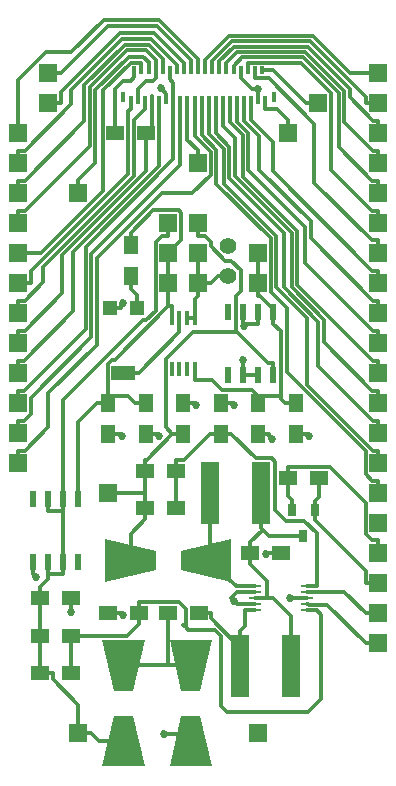
<source format=gtl>
G04 (created by PCBNEW (25-Oct-2014 BZR 4029)-stable) date IDT 00:52:32 2015 ספט 30 ד'*
%MOIN*%
G04 Gerber Fmt 3.4, Leading zero omitted, Abs format*
%FSLAX34Y34*%
G01*
G70*
G90*
G04 APERTURE LIST*
%ADD10C,0.00590551*%
%ADD11R,0.0590551X0.0590551*%
%ADD12R,0.0591X0.2087*%
%ADD13R,0.0472X0.0591*%
%ADD14R,0.0591X0.0472*%
%ADD15R,0.015X0.05*%
%ADD16R,0.0394X0.0106*%
%ADD17R,0.0315X0.0394*%
%ADD18C,0.055*%
%ADD19R,0.0511811X0.0511811*%
%ADD20R,0.0787402X0.0511811*%
%ADD21R,0.0236X0.0551*%
%ADD22R,0.011811X0.0314961*%
%ADD23R,0.011811X0.0255906*%
%ADD24R,0.015748X0.0374016*%
%ADD25C,0.027*%
%ADD26C,0.014*%
%ADD27C,0.012*%
%ADD28C,0.0105906*%
G04 APERTURE END LIST*
G54D10*
G54D11*
X43000Y-42000D03*
X43000Y-30000D03*
X43000Y-41000D03*
X43000Y-31000D03*
X32000Y-29000D03*
X41000Y-30000D03*
X40000Y-31000D03*
X43000Y-47000D03*
X33000Y-51000D03*
X39000Y-51000D03*
X31000Y-42000D03*
X39000Y-35000D03*
X37000Y-34000D03*
X36000Y-34000D03*
X36000Y-35000D03*
X43000Y-35000D03*
X31000Y-31000D03*
X43000Y-43000D03*
X43000Y-29000D03*
X43000Y-40000D03*
X43000Y-45000D03*
X43000Y-44000D03*
X34000Y-43000D03*
X43000Y-46000D03*
X43000Y-32000D03*
X43000Y-39000D03*
X43000Y-33000D03*
X43000Y-38000D03*
X43000Y-37000D03*
X43000Y-34000D03*
X43000Y-36000D03*
X39000Y-36000D03*
X36000Y-36000D03*
X37000Y-36000D03*
G54D12*
X40100Y-48750D03*
X38400Y-48750D03*
X39100Y-43000D03*
X37400Y-43000D03*
G54D13*
X34750Y-35762D03*
X34750Y-34738D03*
G54D14*
X31738Y-47750D03*
X32762Y-47750D03*
X39988Y-42500D03*
X41012Y-42500D03*
X35012Y-47000D03*
X33988Y-47000D03*
G54D13*
X35250Y-39988D03*
X35250Y-41012D03*
X40250Y-39988D03*
X40250Y-41012D03*
X37750Y-39988D03*
X37750Y-41012D03*
G54D14*
X36262Y-42250D03*
X35238Y-42250D03*
G54D15*
X36884Y-37150D03*
X36628Y-37150D03*
X36372Y-37150D03*
X36116Y-37150D03*
X36116Y-38850D03*
X36372Y-38850D03*
X36628Y-38850D03*
X36884Y-38850D03*
G54D16*
X40625Y-46900D03*
X40625Y-46700D03*
X40625Y-46500D03*
X40625Y-46300D03*
X40625Y-46100D03*
X38875Y-46100D03*
X38875Y-46300D03*
X38875Y-46500D03*
X38875Y-46700D03*
X38875Y-46900D03*
G54D17*
X40500Y-44433D03*
X40125Y-43567D03*
X40875Y-43567D03*
G54D10*
G36*
X36041Y-47893D02*
X37459Y-47893D01*
X37065Y-49586D01*
X36435Y-49586D01*
X36041Y-47893D01*
X36041Y-47893D01*
G37*
G36*
X37459Y-52106D02*
X36041Y-52106D01*
X36435Y-50413D01*
X37065Y-50413D01*
X37459Y-52106D01*
X37459Y-52106D01*
G37*
G36*
X38106Y-44541D02*
X38106Y-45959D01*
X36413Y-45565D01*
X36413Y-44935D01*
X38106Y-44541D01*
X38106Y-44541D01*
G37*
G36*
X33893Y-45959D02*
X33893Y-44541D01*
X35586Y-44935D01*
X35586Y-45565D01*
X33893Y-45959D01*
X33893Y-45959D01*
G37*
G36*
X35209Y-52106D02*
X33791Y-52106D01*
X34185Y-50413D01*
X34815Y-50413D01*
X35209Y-52106D01*
X35209Y-52106D01*
G37*
G36*
X33791Y-47893D02*
X35209Y-47893D01*
X34815Y-49586D01*
X34185Y-49586D01*
X33791Y-47893D01*
X33791Y-47893D01*
G37*
G54D14*
X38738Y-45000D03*
X39762Y-45000D03*
G54D13*
X36500Y-39988D03*
X36500Y-41012D03*
G54D14*
X31738Y-46500D03*
X32762Y-46500D03*
G54D13*
X34000Y-39988D03*
X34000Y-41012D03*
X39000Y-39988D03*
X39000Y-41012D03*
G54D14*
X31738Y-49000D03*
X32762Y-49000D03*
X37012Y-47000D03*
X35988Y-47000D03*
X35238Y-43500D03*
X36262Y-43500D03*
G54D18*
X38000Y-34750D03*
X38000Y-35750D03*
G54D19*
X34047Y-36834D03*
X34952Y-36834D03*
G54D20*
X34500Y-39000D03*
G54D21*
X33000Y-45300D03*
X33000Y-43200D03*
X32500Y-45300D03*
X32000Y-45300D03*
X31500Y-45300D03*
X32500Y-43200D03*
X32000Y-43200D03*
X31500Y-43200D03*
X39500Y-39050D03*
X39500Y-36950D03*
X39000Y-39050D03*
X38500Y-39050D03*
X38000Y-39050D03*
X39000Y-36950D03*
X38500Y-36950D03*
X38000Y-36950D03*
G54D11*
X43000Y-48000D03*
G54D22*
X34750Y-29907D03*
G54D23*
X34868Y-28903D03*
G54D22*
X34986Y-29907D03*
G54D23*
X35104Y-28903D03*
G54D22*
X35222Y-29907D03*
G54D23*
X35340Y-28903D03*
G54D22*
X35458Y-29907D03*
G54D23*
X35576Y-28903D03*
G54D22*
X35694Y-29907D03*
G54D23*
X35812Y-28903D03*
G54D22*
X35931Y-29907D03*
G54D23*
X36049Y-28903D03*
G54D22*
X36167Y-29907D03*
G54D23*
X36285Y-28903D03*
G54D22*
X36403Y-29907D03*
G54D23*
X36521Y-28903D03*
G54D22*
X36639Y-29907D03*
G54D23*
X36757Y-28903D03*
G54D22*
X36875Y-29907D03*
G54D23*
X36994Y-28903D03*
G54D22*
X37112Y-29907D03*
G54D23*
X37230Y-28903D03*
G54D22*
X37348Y-29907D03*
G54D23*
X37466Y-28903D03*
G54D22*
X37584Y-29907D03*
G54D23*
X37702Y-28903D03*
G54D22*
X37820Y-29907D03*
G54D23*
X37938Y-28903D03*
G54D22*
X38057Y-29907D03*
G54D23*
X38175Y-28903D03*
G54D22*
X38293Y-29907D03*
G54D23*
X38411Y-28903D03*
G54D22*
X38529Y-29907D03*
G54D23*
X38647Y-28903D03*
G54D22*
X38765Y-29907D03*
G54D23*
X38883Y-28903D03*
G54D22*
X39001Y-29907D03*
G54D23*
X39120Y-28903D03*
G54D22*
X39238Y-29907D03*
G54D24*
X39513Y-29799D03*
X34474Y-29799D03*
G54D11*
X37000Y-32000D03*
X31000Y-32000D03*
X32000Y-30000D03*
X31000Y-41000D03*
X31000Y-39000D03*
X31000Y-33000D03*
X31000Y-40000D03*
X33000Y-33000D03*
X31000Y-34000D03*
X31000Y-38000D03*
X31000Y-37000D03*
X31000Y-35000D03*
X31000Y-36000D03*
X37000Y-35000D03*
G54D14*
X35262Y-31000D03*
X34238Y-31000D03*
G54D25*
X35750Y-29500D03*
X40050Y-46500D03*
X39001Y-29539D03*
X39250Y-45019D03*
X40685Y-41081D03*
X39446Y-41177D03*
X38500Y-38564D03*
X38513Y-37440D03*
X38200Y-46600D03*
X34500Y-36651D03*
X34447Y-41093D03*
X38188Y-40060D03*
X34480Y-47066D03*
X32762Y-46952D03*
X31582Y-45779D03*
X35842Y-51028D03*
X36938Y-40060D03*
X35694Y-41093D03*
G54D26*
X39000Y-36000D02*
X39000Y-35000D01*
X39500Y-36870D02*
X39500Y-36950D01*
X39054Y-36425D02*
X39500Y-36870D01*
X39000Y-36425D02*
X39054Y-36425D01*
X39000Y-36000D02*
X39000Y-36425D01*
X39748Y-37603D02*
X39748Y-39775D01*
X39500Y-37355D02*
X39748Y-37603D01*
X39500Y-36950D02*
X39500Y-37355D01*
X39748Y-39775D02*
X39000Y-39775D01*
X39000Y-39988D02*
X39000Y-39987D01*
X39000Y-39987D02*
X39000Y-39775D01*
X39883Y-39988D02*
X40249Y-39988D01*
X39748Y-39852D02*
X39883Y-39988D01*
X39748Y-39775D02*
X39748Y-39852D01*
X40249Y-39988D02*
X40250Y-39988D01*
X40249Y-39988D02*
X40250Y-39987D01*
X38787Y-39562D02*
X38787Y-39562D01*
X37442Y-39230D02*
X36884Y-39230D01*
X37774Y-39562D02*
X37442Y-39230D01*
X38787Y-39562D02*
X37774Y-39562D01*
X39000Y-39775D02*
X38787Y-39562D01*
X36884Y-38850D02*
X36884Y-39230D01*
X37208Y-34425D02*
X37000Y-34425D01*
X37425Y-34641D02*
X37208Y-34425D01*
X37425Y-34771D02*
X37425Y-34641D01*
X37903Y-35250D02*
X37425Y-34771D01*
X38088Y-35250D02*
X37903Y-35250D01*
X37000Y-34000D02*
X37000Y-34425D01*
X34740Y-44364D02*
X34740Y-45250D01*
X35237Y-43866D02*
X34740Y-44364D01*
X35237Y-43500D02*
X35237Y-43866D01*
X34000Y-43000D02*
X34425Y-43000D01*
X35237Y-43000D02*
X34425Y-43000D01*
X35237Y-43500D02*
X35237Y-43000D01*
X38415Y-35576D02*
X38088Y-35250D01*
X38415Y-36255D02*
X38415Y-35576D01*
X38248Y-36423D02*
X38415Y-36255D01*
X38248Y-37578D02*
X38248Y-36423D01*
X38298Y-37628D02*
X38248Y-37578D01*
X35910Y-40788D02*
X36133Y-41012D01*
X35910Y-38532D02*
X35910Y-40788D01*
X36815Y-37628D02*
X35910Y-38532D01*
X38298Y-37628D02*
X36815Y-37628D01*
X39313Y-38644D02*
X38298Y-37628D01*
X39500Y-38644D02*
X39313Y-38644D01*
X39500Y-39050D02*
X39500Y-38644D01*
X36500Y-41012D02*
X36133Y-41012D01*
X35237Y-43000D02*
X35237Y-42250D01*
X35237Y-42250D02*
X35237Y-41883D01*
X36133Y-41028D02*
X36133Y-41012D01*
X35278Y-41883D02*
X36133Y-41028D01*
X35237Y-41883D02*
X35278Y-41883D01*
X39988Y-43102D02*
X39988Y-42449D01*
X40125Y-43239D02*
X39988Y-43102D01*
X40125Y-43566D02*
X40125Y-43239D01*
X43000Y-44574D02*
X43000Y-45000D01*
X42787Y-44574D02*
X43000Y-44574D01*
X42574Y-44361D02*
X42787Y-44574D01*
X42574Y-43330D02*
X42574Y-44361D01*
X41378Y-42133D02*
X42574Y-43330D01*
X39988Y-42133D02*
X41378Y-42133D01*
X39988Y-42449D02*
X39988Y-42133D01*
X39987Y-42450D02*
X39987Y-42500D01*
X39988Y-42449D02*
X39987Y-42450D01*
X40125Y-43567D02*
X40125Y-43566D01*
X40125Y-43567D02*
X40125Y-43567D01*
X34750Y-34737D02*
X34750Y-34312D01*
X35487Y-33574D02*
X34750Y-34312D01*
X36350Y-33574D02*
X35487Y-33574D01*
X36425Y-33649D02*
X36350Y-33574D01*
X36425Y-34574D02*
X36425Y-33649D01*
X36000Y-35000D02*
X36425Y-34574D01*
X33000Y-40621D02*
X33633Y-39987D01*
X33000Y-43200D02*
X33000Y-40621D01*
X34000Y-39987D02*
X33633Y-39987D01*
X36115Y-37150D02*
X36115Y-36769D01*
X34000Y-39987D02*
X34000Y-39775D01*
X34000Y-39775D02*
X34000Y-39562D01*
X34671Y-39775D02*
X34883Y-39987D01*
X34000Y-39775D02*
X34671Y-39775D01*
X35250Y-39987D02*
X34883Y-39987D01*
X36115Y-36769D02*
X36002Y-36769D01*
X33975Y-39537D02*
X34000Y-39562D01*
X33975Y-38689D02*
X33975Y-39537D01*
X34114Y-38550D02*
X33975Y-38689D01*
X34221Y-38550D02*
X34114Y-38550D01*
X36002Y-36769D02*
X34221Y-38550D01*
X36000Y-36000D02*
X36000Y-35000D01*
X36002Y-36427D02*
X36002Y-36769D01*
X36000Y-36425D02*
X36002Y-36427D01*
X36000Y-36000D02*
X36000Y-36425D01*
X33000Y-50045D02*
X33000Y-51000D01*
X32163Y-49209D02*
X33000Y-50045D01*
X32163Y-49000D02*
X32163Y-49209D01*
X31737Y-49000D02*
X32163Y-49000D01*
X31737Y-46500D02*
X31737Y-46133D01*
X36000Y-34000D02*
X36000Y-34425D01*
X32000Y-43605D02*
X32500Y-43605D01*
X32000Y-43200D02*
X32000Y-43605D01*
X32500Y-43200D02*
X32500Y-43605D01*
X32500Y-45300D02*
X32500Y-43605D01*
X32500Y-45300D02*
X32500Y-45705D01*
X32000Y-45705D02*
X32500Y-45705D01*
X32000Y-45300D02*
X32000Y-45705D01*
X32500Y-39879D02*
X32500Y-43200D01*
X35149Y-37229D02*
X32500Y-39879D01*
X35258Y-37229D02*
X35149Y-37229D01*
X35574Y-36914D02*
X35258Y-37229D01*
X35574Y-34638D02*
X35574Y-36914D01*
X35787Y-34425D02*
X35574Y-34638D01*
X36000Y-34425D02*
X35787Y-34425D01*
X33685Y-51259D02*
X34499Y-51259D01*
X33425Y-51000D02*
X33685Y-51259D01*
X33000Y-51000D02*
X33425Y-51000D01*
X34499Y-51259D02*
X34500Y-51259D01*
X34499Y-51259D02*
X34500Y-51260D01*
X32000Y-45871D02*
X32000Y-45705D01*
X31737Y-46133D02*
X32000Y-45871D01*
X31737Y-49000D02*
X31737Y-47750D01*
X31737Y-47750D02*
X31737Y-46500D01*
G54D27*
X35458Y-29907D02*
X35458Y-29750D01*
X35458Y-30791D02*
X35458Y-29907D01*
X35262Y-30987D02*
X35458Y-30791D01*
X35262Y-31000D02*
X35262Y-30987D01*
X35262Y-31000D02*
X35262Y-32271D01*
X31000Y-38000D02*
X31000Y-37584D01*
X31207Y-37584D02*
X31000Y-37584D01*
X32462Y-36329D02*
X31207Y-37584D01*
X32462Y-35070D02*
X32462Y-36329D01*
X35262Y-32271D02*
X32462Y-35070D01*
X38765Y-30567D02*
X38765Y-29907D01*
X39486Y-31287D02*
X38765Y-30567D01*
X39486Y-32268D02*
X39486Y-31287D01*
X42802Y-35584D02*
X39486Y-32268D01*
X43000Y-35584D02*
X42802Y-35584D01*
X43000Y-36000D02*
X43000Y-35584D01*
X37938Y-28655D02*
X37938Y-28903D01*
X38299Y-28295D02*
X37938Y-28655D01*
X40566Y-28295D02*
X38299Y-28295D01*
X41861Y-29589D02*
X40566Y-28295D01*
X41861Y-30622D02*
X41861Y-29589D01*
X42822Y-31584D02*
X41861Y-30622D01*
X43000Y-31584D02*
X42822Y-31584D01*
X43000Y-32000D02*
X43000Y-31584D01*
X37820Y-30754D02*
X37820Y-29907D01*
X38215Y-31148D02*
X37820Y-30754D01*
X38215Y-32431D02*
X38215Y-31148D01*
X40114Y-34331D02*
X38215Y-32431D01*
X40114Y-36143D02*
X40114Y-34331D01*
X41186Y-37214D02*
X40114Y-36143D01*
X41186Y-37964D02*
X41186Y-37214D01*
X42805Y-39584D02*
X41186Y-37964D01*
X43000Y-39584D02*
X42805Y-39584D01*
X43000Y-40000D02*
X43000Y-39584D01*
X37702Y-28602D02*
X37702Y-28903D01*
X38190Y-28115D02*
X37702Y-28602D01*
X40641Y-28115D02*
X38190Y-28115D01*
X42040Y-29514D02*
X40641Y-28115D01*
X42040Y-29801D02*
X42040Y-29514D01*
X42823Y-30584D02*
X42040Y-29801D01*
X43000Y-30584D02*
X42823Y-30584D01*
X43000Y-31000D02*
X43000Y-30584D01*
X37584Y-30185D02*
X37584Y-29907D01*
X37584Y-30185D02*
X37584Y-30185D01*
X37584Y-30997D02*
X37584Y-30185D01*
X38034Y-31447D02*
X37584Y-30997D01*
X38034Y-32506D02*
X38034Y-31447D01*
X39844Y-34316D02*
X38034Y-32506D01*
X39844Y-36127D02*
X39844Y-34316D01*
X41006Y-37289D02*
X39844Y-36127D01*
X41006Y-38767D02*
X41006Y-37289D01*
X42822Y-40584D02*
X41006Y-38767D01*
X43000Y-40584D02*
X42822Y-40584D01*
X43000Y-41000D02*
X43000Y-40584D01*
X37466Y-28577D02*
X37466Y-28903D01*
X38109Y-27935D02*
X37466Y-28577D01*
X40715Y-27935D02*
X38109Y-27935D01*
X42584Y-29803D02*
X40715Y-27935D01*
X42584Y-30000D02*
X42584Y-29803D01*
X43000Y-30000D02*
X42584Y-30000D01*
X43000Y-41584D02*
X43000Y-42000D01*
X42814Y-41584D02*
X43000Y-41584D01*
X40620Y-39390D02*
X42814Y-41584D01*
X40620Y-37157D02*
X40620Y-39390D01*
X39601Y-36138D02*
X40620Y-37157D01*
X39601Y-34433D02*
X39601Y-36138D01*
X37854Y-32687D02*
X39601Y-34433D01*
X37854Y-31522D02*
X37854Y-32687D01*
X37348Y-31015D02*
X37854Y-31522D01*
X37348Y-30185D02*
X37348Y-31015D01*
X37348Y-30185D02*
X37348Y-30185D01*
X37348Y-29907D02*
X37348Y-30185D01*
X37230Y-28546D02*
X37230Y-28903D01*
X38021Y-27754D02*
X37230Y-28546D01*
X40813Y-27754D02*
X38021Y-27754D01*
X42058Y-29000D02*
X40813Y-27754D01*
X43000Y-29000D02*
X42058Y-29000D01*
X37112Y-31065D02*
X37112Y-29907D01*
X37596Y-31549D02*
X37112Y-31065D01*
X37596Y-32683D02*
X37596Y-31549D01*
X39415Y-34502D02*
X37596Y-32683D01*
X39415Y-36297D02*
X39415Y-34502D01*
X39948Y-36830D02*
X39415Y-36297D01*
X39948Y-38972D02*
X39948Y-36830D01*
X42584Y-41609D02*
X39948Y-38972D01*
X42584Y-42376D02*
X42584Y-41609D01*
X42792Y-42584D02*
X42584Y-42376D01*
X43000Y-42584D02*
X42792Y-42584D01*
X43000Y-43000D02*
X43000Y-42584D01*
X40625Y-46100D02*
X40625Y-46100D01*
X38930Y-41836D02*
X38106Y-41011D01*
X39458Y-41836D02*
X38930Y-41836D01*
X39572Y-41950D02*
X39458Y-41836D01*
X39572Y-43566D02*
X39572Y-41950D01*
X39939Y-43933D02*
X39572Y-43566D01*
X40539Y-43933D02*
X39939Y-43933D01*
X40942Y-44336D02*
X40539Y-43933D01*
X40942Y-46100D02*
X40942Y-44336D01*
X40625Y-46100D02*
X40942Y-46100D01*
X37571Y-41012D02*
X37393Y-41012D01*
X37571Y-41012D02*
X37750Y-41012D01*
X38106Y-41012D02*
X38106Y-41011D01*
X37750Y-41012D02*
X38106Y-41012D01*
X36262Y-43500D02*
X36262Y-42250D01*
X36512Y-41893D02*
X37393Y-41012D01*
X36262Y-41893D02*
X36512Y-41893D01*
X36262Y-42250D02*
X36262Y-41893D01*
X36167Y-29318D02*
X36167Y-29907D01*
X36049Y-29200D02*
X36167Y-29318D01*
X36049Y-28903D02*
X36049Y-29200D01*
X36167Y-31875D02*
X36167Y-29907D01*
X31202Y-39584D02*
X31000Y-39584D01*
X33247Y-37539D02*
X31202Y-39584D01*
X33247Y-34795D02*
X33247Y-37539D01*
X36167Y-31875D02*
X33247Y-34795D01*
X31000Y-40000D02*
X31000Y-39584D01*
G54D26*
X36639Y-31214D02*
X36639Y-29907D01*
X37000Y-31574D02*
X36639Y-31214D01*
X37000Y-32000D02*
X37000Y-31574D01*
X32425Y-30000D02*
X32000Y-30000D01*
X32425Y-29613D02*
X32425Y-30000D01*
X34386Y-27652D02*
X32425Y-29613D01*
X35528Y-27652D02*
X34386Y-27652D01*
X36521Y-28645D02*
X35528Y-27652D01*
X36521Y-28903D02*
X36521Y-28645D01*
G54D27*
X38647Y-28655D02*
X38647Y-28903D01*
X40417Y-28655D02*
X38647Y-28655D01*
X41437Y-29674D02*
X40417Y-28655D01*
X41437Y-32229D02*
X41437Y-29674D01*
X42792Y-33584D02*
X41437Y-32229D01*
X43000Y-33584D02*
X42792Y-33584D01*
X43000Y-34000D02*
X43000Y-33584D01*
X32762Y-47750D02*
X32762Y-49000D01*
X34231Y-47750D02*
X32762Y-47750D01*
X34618Y-47750D02*
X35012Y-47356D01*
X34231Y-47750D02*
X34618Y-47750D01*
X35012Y-47000D02*
X35012Y-47356D01*
X40625Y-46900D02*
X40625Y-46900D01*
X36500Y-47400D02*
X36575Y-47475D01*
X40950Y-46900D02*
X40625Y-46900D01*
X41100Y-47050D02*
X40950Y-46900D01*
X41100Y-49850D02*
X41100Y-47050D01*
X40650Y-50300D02*
X41100Y-49850D01*
X37950Y-50300D02*
X40650Y-50300D01*
X37750Y-50100D02*
X37950Y-50300D01*
X37750Y-47750D02*
X37750Y-50100D01*
X37550Y-47550D02*
X37750Y-47750D01*
X36650Y-47550D02*
X37550Y-47550D01*
X36575Y-47475D02*
X36650Y-47550D01*
X36367Y-46643D02*
X35012Y-46643D01*
X36575Y-46851D02*
X36367Y-46643D01*
X36575Y-47475D02*
X36575Y-46851D01*
X35012Y-47000D02*
X35012Y-46643D01*
X38529Y-30603D02*
X38529Y-29907D01*
X39025Y-31099D02*
X38529Y-30603D01*
X39025Y-32223D02*
X39025Y-31099D01*
X40745Y-33943D02*
X39025Y-32223D01*
X40745Y-34507D02*
X40745Y-33943D01*
X42822Y-36584D02*
X40745Y-34507D01*
X43000Y-36584D02*
X42822Y-36584D01*
X43000Y-37000D02*
X43000Y-36584D01*
X38175Y-28773D02*
X38175Y-28903D01*
X38473Y-28475D02*
X38175Y-28773D01*
X40492Y-28475D02*
X38473Y-28475D01*
X41680Y-29664D02*
X40492Y-28475D01*
X41680Y-31473D02*
X41680Y-29664D01*
X42792Y-32584D02*
X41680Y-31473D01*
X43000Y-32584D02*
X42792Y-32584D01*
X43000Y-33000D02*
X43000Y-32584D01*
X31000Y-29238D02*
X31000Y-31000D01*
X31932Y-28306D02*
X31000Y-29238D01*
X32773Y-28306D02*
X31932Y-28306D01*
X33848Y-27231D02*
X32773Y-28306D01*
X35704Y-27231D02*
X33848Y-27231D01*
X36994Y-28520D02*
X35704Y-27231D01*
X36994Y-28903D02*
X36994Y-28520D01*
X31000Y-42000D02*
X31000Y-41584D01*
X36875Y-31083D02*
X36875Y-29907D01*
X37415Y-31623D02*
X36875Y-31083D01*
X37415Y-32378D02*
X37415Y-31623D01*
X36794Y-33000D02*
X37415Y-32378D01*
X35780Y-33000D02*
X36794Y-33000D01*
X33607Y-35172D02*
X35780Y-33000D01*
X33607Y-38062D02*
X33607Y-35172D01*
X31996Y-39673D02*
X33607Y-38062D01*
X31996Y-40795D02*
X31996Y-39673D01*
X31207Y-41584D02*
X31996Y-40795D01*
X31000Y-41584D02*
X31207Y-41584D01*
X31000Y-41000D02*
X31000Y-40584D01*
X36403Y-32049D02*
X36403Y-29907D01*
X33427Y-35025D02*
X36403Y-32049D01*
X33427Y-37803D02*
X33427Y-35025D01*
X31415Y-39815D02*
X33427Y-37803D01*
X31415Y-40345D02*
X31415Y-39815D01*
X31175Y-40584D02*
X31415Y-40345D01*
X31000Y-40584D02*
X31175Y-40584D01*
X36285Y-28710D02*
X36285Y-28903D01*
X35439Y-27864D02*
X36285Y-28710D01*
X34443Y-27864D02*
X35439Y-27864D01*
X32754Y-29553D02*
X34443Y-27864D01*
X32754Y-30037D02*
X32754Y-29553D01*
X31207Y-31584D02*
X32754Y-30037D01*
X31000Y-31584D02*
X31207Y-31584D01*
X31000Y-32000D02*
X31000Y-31584D01*
X34666Y-30268D02*
X34666Y-32357D01*
X34750Y-30185D02*
X34666Y-30268D01*
X34750Y-29907D02*
X34750Y-30185D01*
X31415Y-35608D02*
X34666Y-32357D01*
X31415Y-36000D02*
X31415Y-35608D01*
X31000Y-36000D02*
X31415Y-36000D01*
X38293Y-30622D02*
X38293Y-29907D01*
X38665Y-30994D02*
X38293Y-30622D01*
X38665Y-32223D02*
X38665Y-30994D01*
X40565Y-34123D02*
X38665Y-32223D01*
X40565Y-35326D02*
X40565Y-34123D01*
X42822Y-37584D02*
X40565Y-35326D01*
X43000Y-37584D02*
X42822Y-37584D01*
X43000Y-38000D02*
X43000Y-37584D01*
X40874Y-43884D02*
X40874Y-43567D01*
X42584Y-45593D02*
X40874Y-43884D01*
X42584Y-46000D02*
X42584Y-45593D01*
X43000Y-46000D02*
X42584Y-46000D01*
X40874Y-43567D02*
X40875Y-43567D01*
X40874Y-43567D02*
X40874Y-43567D01*
X41011Y-43112D02*
X41011Y-42806D01*
X40874Y-43250D02*
X41011Y-43112D01*
X40874Y-43567D02*
X40874Y-43250D01*
X41011Y-42806D02*
X41011Y-42500D01*
X41012Y-42806D02*
X41012Y-42500D01*
X41011Y-42806D02*
X41012Y-42806D01*
G54D26*
X38737Y-44633D02*
X39149Y-44222D01*
X38737Y-45000D02*
X38737Y-44633D01*
X39100Y-44173D02*
X39100Y-43000D01*
X39149Y-44222D02*
X39100Y-44173D01*
X38875Y-46500D02*
X39301Y-46500D01*
X40100Y-47100D02*
X40100Y-48750D01*
X39500Y-46500D02*
X40100Y-47100D01*
X39301Y-46500D02*
X39500Y-46500D01*
X39301Y-45929D02*
X39301Y-46500D01*
X38737Y-45366D02*
X39301Y-45929D01*
X38737Y-45000D02*
X38737Y-45366D01*
X40500Y-44433D02*
X40499Y-44433D01*
X39359Y-44433D02*
X39149Y-44222D01*
X40499Y-44433D02*
X39359Y-44433D01*
X40499Y-44433D02*
X40500Y-44432D01*
G54D27*
X38057Y-30185D02*
X38057Y-29907D01*
X38057Y-30185D02*
X38057Y-30185D01*
X38057Y-30640D02*
X38057Y-30185D01*
X38485Y-31069D02*
X38057Y-30640D01*
X38485Y-32447D02*
X38485Y-31069D01*
X40295Y-34257D02*
X38485Y-32447D01*
X40295Y-36068D02*
X40295Y-34257D01*
X42811Y-38584D02*
X40295Y-36068D01*
X43000Y-38584D02*
X42811Y-38584D01*
X43000Y-39000D02*
X43000Y-38584D01*
X34986Y-29513D02*
X34986Y-29907D01*
X35250Y-29250D02*
X34986Y-29513D01*
X35500Y-29250D02*
X35250Y-29250D01*
X35576Y-29173D02*
X35500Y-29250D01*
X35576Y-28903D02*
X35576Y-29173D01*
X31211Y-33584D02*
X31000Y-33584D01*
X33381Y-31414D02*
X31211Y-33584D01*
X33381Y-29472D02*
X33381Y-31414D01*
X34612Y-28241D02*
X33381Y-29472D01*
X35265Y-28241D02*
X34612Y-28241D01*
X35576Y-28552D02*
X35265Y-28241D01*
X35576Y-28903D02*
X35576Y-28552D01*
X31000Y-34000D02*
X31000Y-33584D01*
X38400Y-48750D02*
X38400Y-48145D01*
X38557Y-46900D02*
X38875Y-46900D01*
X38557Y-47428D02*
X38557Y-46900D01*
X38400Y-47586D02*
X38557Y-47428D01*
X38400Y-48145D02*
X38400Y-47586D01*
X37427Y-47172D02*
X37427Y-47000D01*
X38400Y-48145D02*
X37427Y-47172D01*
X37012Y-47000D02*
X37427Y-47000D01*
X38875Y-46100D02*
X38304Y-46100D01*
X38304Y-46100D02*
X38250Y-46100D01*
X37400Y-43000D02*
X37400Y-44163D01*
X37400Y-45250D02*
X37400Y-44163D01*
X38213Y-46063D02*
X37400Y-45250D01*
X38267Y-46063D02*
X38213Y-46063D01*
X38267Y-46063D02*
X38267Y-46063D01*
X38304Y-46100D02*
X38267Y-46063D01*
X37400Y-45250D02*
X37260Y-45250D01*
X35694Y-32093D02*
X35694Y-29907D01*
X31000Y-39000D02*
X31000Y-38584D01*
X31176Y-38584D02*
X31000Y-38584D01*
X32823Y-36938D02*
X31176Y-38584D01*
X32823Y-34964D02*
X32823Y-36938D01*
X35694Y-32093D02*
X32823Y-34964D01*
X31000Y-32584D02*
X31000Y-33000D01*
X31207Y-32584D02*
X31000Y-32584D01*
X33201Y-30590D02*
X31207Y-32584D01*
X33201Y-29388D02*
X33201Y-30590D01*
X34543Y-28046D02*
X33201Y-29388D01*
X35344Y-28046D02*
X34543Y-28046D01*
X35812Y-28515D02*
X35344Y-28046D01*
X35812Y-28655D02*
X35812Y-28515D01*
X35812Y-28655D02*
X35812Y-28655D01*
X35812Y-28903D02*
X35812Y-28655D01*
X33822Y-29576D02*
X33822Y-32938D01*
X34742Y-28655D02*
X33822Y-29576D01*
X35104Y-28655D02*
X34742Y-28655D01*
X35104Y-28903D02*
X35104Y-28655D01*
X31760Y-35000D02*
X31000Y-35000D01*
X33822Y-32938D02*
X31760Y-35000D01*
X34846Y-30561D02*
X34846Y-32432D01*
X35222Y-30185D02*
X34846Y-30561D01*
X35222Y-29907D02*
X35222Y-30185D01*
X31207Y-36584D02*
X31000Y-36584D01*
X31832Y-35959D02*
X31207Y-36584D01*
X31832Y-35446D02*
X31832Y-35959D01*
X34846Y-32432D02*
X31832Y-35446D01*
X31000Y-37000D02*
X31000Y-36584D01*
G54D26*
X33000Y-32574D02*
X33000Y-33000D01*
X33571Y-32002D02*
X33000Y-32574D01*
X33571Y-29557D02*
X33571Y-32002D01*
X34684Y-28444D02*
X33571Y-29557D01*
X35167Y-28444D02*
X34684Y-28444D01*
X35340Y-28617D02*
X35167Y-28444D01*
X35340Y-28645D02*
X35340Y-28617D01*
X35340Y-28645D02*
X35340Y-28645D01*
X35340Y-28903D02*
X35340Y-28645D01*
X32425Y-29000D02*
X32000Y-29000D01*
X34004Y-27421D02*
X32425Y-29000D01*
X35607Y-27421D02*
X34004Y-27421D01*
X36757Y-28571D02*
X35607Y-27421D01*
X36757Y-28903D02*
X36757Y-28571D01*
X38883Y-29161D02*
X38883Y-28903D01*
X39343Y-29161D02*
X38883Y-29161D01*
X40859Y-30677D02*
X39343Y-29161D01*
X40859Y-32647D02*
X40859Y-30677D01*
X42787Y-34574D02*
X40859Y-32647D01*
X43000Y-34574D02*
X42787Y-34574D01*
X43000Y-35000D02*
X43000Y-34574D01*
X40000Y-30574D02*
X40000Y-31000D01*
X39620Y-30195D02*
X40000Y-30574D01*
X39238Y-30195D02*
X39620Y-30195D01*
X39238Y-29907D02*
X39238Y-30195D01*
G54D28*
X40674Y-46719D02*
X40654Y-46700D01*
G54D27*
X41304Y-46719D02*
X40674Y-46719D01*
X42584Y-48000D02*
X41304Y-46719D01*
X43000Y-48000D02*
X42584Y-48000D01*
X40625Y-46700D02*
X40654Y-46700D01*
X40625Y-46700D02*
X40625Y-46700D01*
G54D26*
X39477Y-28903D02*
X39120Y-28903D01*
X40574Y-30000D02*
X39477Y-28903D01*
X41000Y-30000D02*
X40574Y-30000D01*
G54D28*
X40674Y-46280D02*
X40654Y-46300D01*
G54D27*
X41864Y-46280D02*
X40674Y-46280D01*
X42584Y-47000D02*
X41864Y-46280D01*
X43000Y-47000D02*
X42584Y-47000D01*
X40625Y-46300D02*
X40654Y-46300D01*
X40625Y-46300D02*
X40625Y-46300D01*
G54D26*
X35931Y-29681D02*
X35931Y-29907D01*
X35750Y-29500D02*
X35931Y-29681D01*
X39336Y-45000D02*
X39762Y-45000D01*
X39317Y-45019D02*
X39336Y-45000D01*
X39250Y-45019D02*
X39317Y-45019D01*
X39001Y-29907D02*
X39001Y-29539D01*
X38411Y-29161D02*
X38411Y-28903D01*
X38789Y-29539D02*
X38411Y-29161D01*
X39001Y-29539D02*
X38789Y-29539D01*
X39000Y-37355D02*
X38500Y-37355D01*
X39000Y-36950D02*
X39000Y-37355D01*
X38500Y-37426D02*
X38513Y-37440D01*
X38500Y-37355D02*
X38500Y-37426D01*
X40625Y-46500D02*
X40625Y-46500D01*
X40625Y-46500D02*
X40050Y-46500D01*
X39000Y-39050D02*
X38500Y-39050D01*
X38500Y-39050D02*
X38500Y-38564D01*
X38500Y-36950D02*
X38500Y-37355D01*
X39762Y-45000D02*
X39762Y-45000D01*
X38300Y-46700D02*
X38200Y-46600D01*
X38875Y-46700D02*
X38300Y-46700D01*
X38300Y-46300D02*
X38875Y-46300D01*
X38100Y-46500D02*
X38300Y-46300D01*
X38200Y-46600D02*
X38100Y-46500D01*
X34433Y-36718D02*
X34433Y-36834D01*
X34500Y-36651D02*
X34433Y-36718D01*
X34047Y-36834D02*
X34433Y-36834D01*
X39000Y-41011D02*
X39000Y-41011D01*
X39366Y-41011D02*
X39000Y-41011D01*
X39366Y-41096D02*
X39366Y-41011D01*
X39446Y-41177D02*
X39366Y-41096D01*
X39000Y-41011D02*
X39000Y-41012D01*
X34000Y-41012D02*
X34366Y-41012D01*
X34366Y-41012D02*
X34447Y-41093D01*
X37750Y-39987D02*
X38116Y-39987D01*
X38188Y-40060D02*
X38116Y-39987D01*
X40250Y-41011D02*
X40250Y-41011D01*
X40616Y-41011D02*
X40685Y-41081D01*
X40250Y-41011D02*
X40616Y-41011D01*
X40250Y-41011D02*
X40250Y-41012D01*
X33987Y-47000D02*
X34413Y-47000D01*
X34413Y-47000D02*
X34480Y-47066D01*
X32762Y-46952D02*
X32762Y-46500D01*
X31500Y-45300D02*
X31500Y-45705D01*
X31508Y-45705D02*
X31582Y-45779D01*
X31500Y-45705D02*
X31508Y-45705D01*
X36518Y-51028D02*
X36750Y-51260D01*
X35842Y-51028D02*
X36518Y-51028D01*
X36500Y-39987D02*
X36866Y-39987D01*
X36938Y-40060D02*
X36866Y-39987D01*
X35616Y-41015D02*
X35616Y-41012D01*
X35694Y-41093D02*
X35616Y-41015D01*
X35250Y-41012D02*
X35616Y-41012D01*
G54D27*
X34500Y-48740D02*
X34500Y-48740D01*
X34500Y-48740D02*
X35987Y-48740D01*
X34500Y-48740D02*
X34500Y-48740D01*
X35987Y-48740D02*
X36749Y-48740D01*
X36749Y-48740D02*
X36750Y-48740D01*
X36749Y-48740D02*
X36750Y-48740D01*
X35987Y-48740D02*
X35987Y-47355D01*
X35987Y-47355D02*
X35987Y-47000D01*
X36372Y-37641D02*
X36372Y-37150D01*
X35013Y-39000D02*
X36372Y-37641D01*
X34500Y-39000D02*
X35013Y-39000D01*
X34237Y-29512D02*
X34237Y-31000D01*
X34500Y-29250D02*
X34237Y-29512D01*
X34750Y-29250D02*
X34500Y-29250D01*
X34868Y-29131D02*
X34750Y-29250D01*
X34868Y-28903D02*
X34868Y-29131D01*
X34952Y-36380D02*
X34750Y-36177D01*
X34952Y-36834D02*
X34952Y-36380D01*
X34750Y-35762D02*
X34750Y-36177D01*
X37665Y-35750D02*
X37415Y-36000D01*
X38000Y-35750D02*
X37665Y-35750D01*
X37000Y-36000D02*
X37415Y-36000D01*
X37000Y-35000D02*
X37000Y-36000D01*
X36884Y-36531D02*
X36884Y-37150D01*
X37000Y-36415D02*
X36884Y-36531D01*
X37000Y-36000D02*
X37000Y-36415D01*
X36627Y-37150D02*
X36884Y-37150D01*
M02*

</source>
